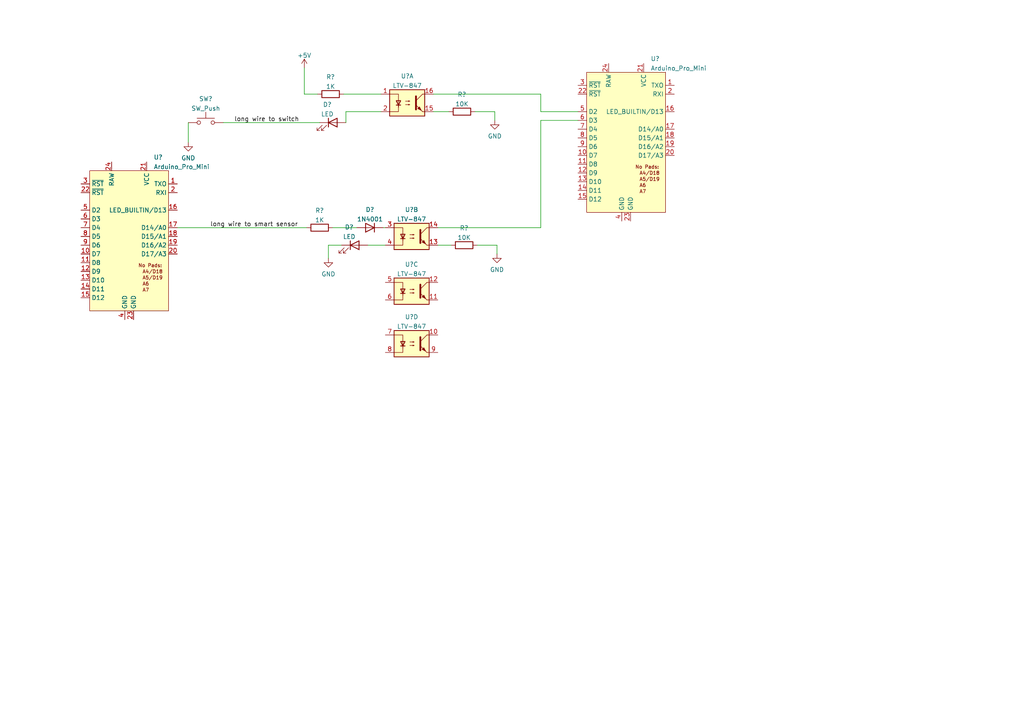
<source format=kicad_sch>
(kicad_sch (version 20211123) (generator eeschema)
  (paper "A4")
  (lib_symbols
    (symbol "Device:LED" (pin_numbers hide) (pin_names (offset 1.016) hide)
      (property "Reference" "D" (at 0 2.54 0))
      (property "Value" "LED" (at 0 -2.54 0))
      (symbol "LED_0_1"
        (polyline (pts (xy -1.27 -1.27) (xy -1.27 1.27)) (stroke (width 0.254)))
        (polyline (pts (xy -1.27 0) (xy 1.27 0)))
        (polyline (pts (xy 1.27 -1.27) (xy 1.27 1.27) (xy -1.27 0) (xy 1.27 -1.27)) (stroke (width 0.254)))
        (polyline (pts (xy -3.048 -0.762) (xy -4.572 -2.286) (xy -3.81 -2.286) (xy -4.572 -2.286) (xy -4.572 -1.524)))
        (polyline (pts (xy -1.778 -0.762) (xy -3.302 -2.286) (xy -2.54 -2.286) (xy -3.302 -2.286) (xy -3.302 -1.524)))
      )
      (symbol "LED_1_1"
        (pin passive line (at -3.81 0 0) (length 2.54) (name "K") (number "1"))
        (pin passive line (at 3.81 0 180) (length 2.54) (name "A") (number "2"))
      )
    )
    (symbol "Device:R" (pin_numbers hide) (pin_names (offset 0))
      (property "Reference" "R" (at 2.032 0 90))
      (property "Value" "R" (at 0 0 90))
      (symbol "R_0_1"
        (rectangle (start -1.016 -2.54) (end 1.016 2.54) (stroke (width 0.254)))
      )
      (symbol "R_1_1"
        (pin passive line (at 0 3.81 270) (length 1.27) (name "~") (number "1"))
        (pin passive line (at 0 -3.81 90) (length 1.27) (name "~") (number "2"))
      )
    )
    (symbol "Diode:1N4001" (pin_numbers hide) (pin_names (offset 1.016) hide)
      (property "Reference" "D" (at 0 2.54 0))
      (property "Value" "1N4001" (at 0 -2.54 0))
      (symbol "1N4001_0_1"
        (polyline (pts (xy -1.27 1.27) (xy -1.27 -1.27)) (stroke (width 0.254)))
        (polyline (pts (xy 1.27 0) (xy -1.27 0)))
        (polyline (pts (xy 1.27 1.27) (xy 1.27 -1.27) (xy -1.27 0) (xy 1.27 1.27)) (stroke (width 0.254)))
      )
      (symbol "1N4001_1_1"
        (pin passive line (at -3.81 0 0) (length 2.54) (name "K") (number "1"))
        (pin passive line (at 3.81 0 180) (length 2.54) (name "A") (number "2"))
      )
    )
    (symbol "Isolator:LTV-847" (pin_names (offset 1.016))
      (property "Reference" "U" (at -5.08 5.08 0))
      (property "Value" "LTV-847" (at 0 5.08 0))
      (symbol "LTV-847_0_1"
        (rectangle (start -5.08 3.81) (end 5.08 -3.81) (stroke (width 0.254)) (fill (type background)))
        (polyline (pts (xy -3.175 -0.635) (xy -1.905 -0.635)) (stroke (width 0.254)))
        (polyline (pts (xy 2.54 0.635) (xy 4.445 2.54)))
        (polyline (pts (xy 4.445 -2.54) (xy 2.54 -0.635)) (fill (type outline)))
        (polyline (pts (xy 4.445 -2.54) (xy 5.08 -2.54)))
        (polyline (pts (xy 4.445 2.54) (xy 5.08 2.54)))
        (polyline (pts (xy -2.54 -0.635) (xy -2.54 -2.54) (xy -5.08 -2.54)))
        (polyline (pts (xy 2.54 1.905) (xy 2.54 -1.905) (xy 2.54 -1.905)) (stroke (width 0.508)))
        (polyline (pts (xy -5.08 2.54) (xy -2.54 2.54) (xy -2.54 -1.27) (xy -2.54 0.635)))
        (polyline (pts (xy -2.54 -0.635) (xy -3.175 0.635) (xy -1.905 0.635) (xy -2.54 -0.635)) (stroke (width 0.254)))
        (polyline (pts (xy -0.508 -0.508) (xy 0.762 -0.508) (xy 0.381 -0.635) (xy 0.381 -0.381) (xy 0.762 -0.508)))
        (polyline (pts (xy -0.508 0.508) (xy 0.762 0.508) (xy 0.381 0.381) (xy 0.381 0.635) (xy 0.762 0.508)))
        (polyline (pts (xy 3.048 -1.651) (xy 3.556 -1.143) (xy 4.064 -2.159) (xy 3.048 -1.651) (xy 3.048 -1.651)) (fill (type outline)))
      )
      (symbol "LTV-847_1_1"
        (pin passive line (at -7.62 2.54 0) (length 2.54) (name "~") (number "1"))
        (pin passive line (at 7.62 -2.54 180) (length 2.54) (name "~") (number "15"))
        (pin passive line (at 7.62 2.54 180) (length 2.54) (name "~") (number "16"))
        (pin passive line (at -7.62 -2.54 0) (length 2.54) (name "~") (number "2"))
      )
      (symbol "LTV-847_2_1"
        (pin passive line (at 7.62 -2.54 180) (length 2.54) (name "~") (number "13"))
        (pin passive line (at 7.62 2.54 180) (length 2.54) (name "~") (number "14"))
        (pin passive line (at -7.62 2.54 0) (length 2.54) (name "~") (number "3"))
        (pin passive line (at -7.62 -2.54 0) (length 2.54) (name "~") (number "4"))
      )
      (symbol "LTV-847_3_1"
        (pin passive line (at 7.62 -2.54 180) (length 2.54) (name "~") (number "11"))
        (pin passive line (at 7.62 2.54 180) (length 2.54) (name "~") (number "12"))
        (pin passive line (at -7.62 2.54 0) (length 2.54) (name "~") (number "5"))
        (pin passive line (at -7.62 -2.54 0) (length 2.54) (name "~") (number "6"))
      )
      (symbol "LTV-847_4_1"
        (pin passive line (at 7.62 2.54 180) (length 2.54) (name "~") (number "10"))
        (pin passive line (at -7.62 2.54 0) (length 2.54) (name "~") (number "7"))
        (pin passive line (at -7.62 -2.54 0) (length 2.54) (name "~") (number "8"))
        (pin passive line (at 7.62 -2.54 180) (length 2.54) (name "~") (number "9"))
      )
    )
    (symbol "Switch:SW_Push" (pin_numbers hide) (pin_names (offset 1.016) hide)
      (property "Reference" "SW" (at 1.27 2.54 0))
      (property "Value" "SW_Push" (at 0 -1.524 0))
      (symbol "SW_Push_0_1"
        (circle (center -2.032 0) (radius 0.508))
        (polyline (pts (xy 0 1.27) (xy 0 3.048)))
        (polyline (pts (xy 2.54 1.27) (xy -2.54 1.27)))
        (circle (center 2.032 0) (radius 0.508))
        (pin passive line (at -5.08 0 0) (length 2.54) (name "1") (number "1"))
        (pin passive line (at 5.08 0 180) (length 2.54) (name "2") (number "2"))
      )
    )
    (symbol "aid_Modules:Arduino_Pro_Mini"
      (property "Reference" "U?" (at 2.54 -21.59 0))
      (property "Value" "Arduino_Pro_Mini" (at 2.54 -24.13 0))
      (symbol "Arduino_Pro_Mini_0_0"
        (text "A4/D18" (at 3.81 -8.89 0) (effects (font (size 1 1)) (justify left)))
        (text "A5/D19" (at 3.81 -10.668 0) (effects (font (size 1 1)) (justify left)))
        (text "A6" (at 3.81 -12.446 0) (effects (font (size 1 1)) (justify left)))
        (text "A7" (at 3.81 -14.224 0) (effects (font (size 1 1)) (justify left)))
        (text "No Pads:" (at 6.096 -7.112 0) (effects (font (size 1 1))))
        (pin bidirectional line (at -13.97 -3.81 0) (length 2.54) (name "D7") (number "10"))
        (pin bidirectional line (at -13.97 -6.35 0) (length 2.54) (name "D8") (number "11"))
        (pin bidirectional line (at -13.97 -8.89 0) (length 2.54) (name "D9") (number "12"))
        (pin bidirectional line (at -13.97 -11.43 0) (length 2.54) (name "D10") (number "13"))
        (pin bidirectional line (at -13.97 -13.97 0) (length 2.54) (name "D11") (number "14"))
        (pin bidirectional line (at -13.97 -16.51 0) (length 2.54) (name "D12") (number "15"))
        (pin bidirectional line (at 13.97 8.89 180) (length 2.54) (name "LED_BUILTIN/D13") (number "16"))
        (pin bidirectional line (at 13.97 3.81 180) (length 2.54) (name "D14/A0") (number "17"))
        (pin bidirectional line (at 13.97 1.27 180) (length 2.54) (name "D15/A1") (number "18"))
        (pin bidirectional line (at 13.97 -1.27 180) (length 2.54) (name "D16/A2") (number "19"))
        (pin bidirectional line (at 13.97 -3.81 180) (length 2.54) (name "D17/A3") (number "20"))
        (pin power_out line (at 5.08 22.86 270) (length 2.54) (name "VCC") (number "21"))
        (pin unspecified line (at -13.97 13.97 0) (length 2.54) (name "~{RST}") (number "22"))
        (pin power_out line (at 1.27 -22.86 90) (length 2.54) (name "GND") (number "23"))
        (pin power_in line (at -5.08 22.86 270) (length 2.54) (name "RAW") (number "24"))
        (pin bidirectional line (at -13.97 6.35 0) (length 2.54) (name "D3") (number "6"))
        (pin bidirectional line (at -13.97 3.81 0) (length 2.54) (name "D4") (number "7"))
        (pin bidirectional line (at -13.97 1.27 0) (length 2.54) (name "D5") (number "8"))
        (pin bidirectional line (at -13.97 -1.27 0) (length 2.54) (name "D6") (number "9"))
      )
      (symbol "Arduino_Pro_Mini_0_1"
        (rectangle (start -11.43 20.32) (end 11.43 -20.32) (stroke (width 0.1524)) (fill (type background)))
      )
      (symbol "Arduino_Pro_Mini_1_1"
        (pin output line (at 13.97 16.51 180) (length 2.54) (name "TXO") (number "1"))
        (pin input line (at 13.97 13.97 180) (length 2.54) (name "RXI") (number "2"))
        (pin unspecified line (at -13.97 16.51 0) (length 2.54) (name "~{RST}") (number "3"))
        (pin power_in line (at -1.27 -22.86 90) (length 2.54) (name "GND") (number "4"))
        (pin bidirectional line (at -13.97 8.89 0) (length 2.54) (name "D2") (number "5"))
      )
    )
    (symbol "power:+5V" (power) (pin_names (offset 0))
      (property "Value" "+5V" (at 0 3.556 0))
      (symbol "+5V_0_1"
        (polyline (pts (xy -0.762 1.27) (xy 0 2.54)))
        (polyline (pts (xy 0 0) (xy 0 2.54)))
        (polyline (pts (xy 0 2.54) (xy 0.762 1.27)))
      )
      (symbol "+5V_1_1"
        (pin power_in line (at 0 0 90) (length 0) hide (name "+5V") (number "1"))
      )
    )
    (symbol "power:GND" (power) (pin_names (offset 0))
      (property "Value" "GND" (at 0 -3.81 0))
      (symbol "GND_0_1"
        (polyline (pts (xy 0 0) (xy 0 -1.27) (xy 1.27 -1.27) (xy 0 -2.54) (xy -1.27 -1.27) (xy 0 -1.27)))
      )
      (symbol "GND_1_1"
        (pin power_in line (at 0 0 270) (length 0) hide (name "GND") (number "1"))
      )
    )
  )
  (wire (pts (xy 100.33 32.385) (xy 100.33 35.56)))
  (wire (pts (xy 64.77 35.56) (xy 92.71 35.56)))
  (wire (pts (xy 127 71.12) (xy 130.81 71.12)))
  (wire (pts (xy 156.845 34.925) (xy 156.845 66.04)))
  (wire (pts (xy 144.145 71.12) (xy 144.145 73.66)))
  (wire (pts (xy 167.64 34.925) (xy 156.845 34.925)))
  (wire (pts (xy 54.61 35.56) (xy 54.61 41.275)))
  (wire (pts (xy 143.51 32.385) (xy 143.51 34.925)))
  (wire (pts (xy 110.49 32.385) (xy 100.33 32.385)))
  (wire (pts (xy 156.845 27.305) (xy 156.845 32.385)))
  (wire (pts (xy 125.73 27.305) (xy 156.845 27.305)))
  (wire (pts (xy 125.73 32.385) (xy 130.175 32.385)))
  (wire (pts (xy 156.845 66.04) (xy 127 66.04)))
  (wire (pts (xy 137.795 32.385) (xy 143.51 32.385)))
  (wire (pts (xy 156.845 32.385) (xy 167.64 32.385)))
  (wire (pts (xy 96.52 66.04) (xy 103.505 66.04)))
  (wire (pts (xy 106.68 71.12) (xy 111.76 71.12)))
  (wire (pts (xy 92.075 27.305) (xy 88.265 27.305)))
  (wire (pts (xy 95.25 71.12) (xy 95.25 74.93)))
  (wire (pts (xy 88.265 19.685) (xy 88.265 27.305)))
  (wire (pts (xy 51.435 66.04) (xy 88.9 66.04)))
  (wire (pts (xy 99.06 71.12) (xy 95.25 71.12)))
  (wire (pts (xy 99.695 27.305) (xy 110.49 27.305)))
  (wire (pts (xy 111.125 66.04) (xy 111.76 66.04)))
  (wire (pts (xy 138.43 71.12) (xy 144.145 71.12)))
  (label "long wire to smart sensor" (at 60.96 66.04 0))
  (label "long wire to switch" (at 67.945 35.56 0))
  (symbol (lib_id "power:GND") (at 144.145 73.66 0) (unit 1)
    (property "Reference" "#PWR?" (effects hide))
    (property "Value" "GND" (at 144.145 78.2225 0))
  )
  (symbol (lib_id "power:GND") (at 54.61 41.275 0) (unit 1)
    (property "Reference" "#PWR?" (effects hide))
    (property "Value" "GND" (at 54.61 45.8375 0))
  )
  (symbol (lib_id "Device:R") (at 92.71 66.04 90) (unit 1)
    (property "Reference" "R?" (at 92.71 61.0575 90))
    (property "Value" "1K" (at 92.71 63.8326 90))
  )
  (symbol (lib_id "Switch:SW_Push") (at 59.69 35.56 0) (unit 1)
    (property "Reference" "SW?" (at 59.69 28.6725 0))
    (property "Value" "SW_Push" (at 59.69 31.4476 0))
  )
  (symbol (lib_id "Isolator:LTV-847") (at 118.11 29.845 0) (unit 1)
    (property "Reference" "U?" (at 118.11 22.0685 0))
    (property "Value" "LTV-847" (at 118.11 24.8436 0))
    (property "Footprint" "Package_DIP:DIP-16_W7.62mm" (effects hide))
    (property "Datasheet" "http://optoelectronics.liteon.com/upload/download/DS-70-96-0016/LTV-8X7%20series.PDF" (effects hide))
  )
  (symbol (lib_id "power:GND") (at 95.25 74.93 0) (unit 1)
    (property "Reference" "#PWR?" (effects hide))
    (property "Value" "GND" (at 95.25 79.4925 0))
  )
  (symbol (lib_id "Isolator:LTV-847") (at 119.38 68.58 0) (unit 2)
    (property "Reference" "U?" (at 119.38 60.8035 0))
    (property "Value" "LTV-847" (at 119.38 63.5786 0))
    (property "Footprint" "Package_DIP:DIP-16_W7.62mm" (effects hide))
    (property "Datasheet" "http://optoelectronics.liteon.com/upload/download/DS-70-96-0016/LTV-8X7%20series.PDF" (effects hide))
  )
  (symbol (lib_id "power:+5V") (at 88.265 19.685 0) (unit 1)
    (property "Reference" "#PWR?" (effects hide))
    (property "Value" "+5V" (at 88.265 16.0805 0))
  )
  (symbol (lib_id "power:GND") (at 143.51 34.925 0) (unit 1)
    (property "Reference" "#PWR?" (effects hide))
    (property "Value" "GND" (at 143.51 39.4875 0))
  )
  (symbol (lib_id "Device:LED") (at 96.52 35.56 0) (unit 1)
    (property "Reference" "D?" (at 94.9325 30.3235 0))
    (property "Value" "LED" (at 94.9325 33.0986 0))
  )
  (symbol (lib_id "aid_Modules:Arduino_Pro_Mini") (at 181.61 41.275 0) (unit 1)
    (property "Reference" "U?" (at 188.7094 17.0393 0) (effects (justify left)))
    (property "Value" "Arduino_Pro_Mini" (at 188.7094 19.8144 0) (effects (justify left)))
    (property "Footprint" "aid_Modules:Arduino_Pro_Mini" (effects hide))
  )
  (symbol (lib_id "Isolator:LTV-847") (at 119.38 99.695 0) (unit 4)
    (property "Reference" "U?" (at 119.38 91.9185 0))
    (property "Value" "LTV-847" (at 119.38 94.6936 0))
    (property "Footprint" "Package_DIP:DIP-16_W7.62mm" (effects hide))
    (property "Datasheet" "http://optoelectronics.liteon.com/upload/download/DS-70-96-0016/LTV-8X7%20series.PDF" (effects hide))
  )
  (symbol (lib_id "Device:R") (at 134.62 71.12 90) (unit 1)
    (property "Reference" "R?" (at 134.62 66.1375 90))
    (property "Value" "10K" (at 134.62 68.9126 90))
  )
  (symbol (lib_id "Device:LED") (at 102.87 71.12 0) (unit 1)
    (property "Reference" "D?" (at 101.2825 65.8835 0))
    (property "Value" "LED" (at 101.2825 68.6586 0))
  )
  (symbol (lib_id "aid_Modules:Arduino_Pro_Mini") (at 37.465 69.85 0) (unit 1)
    (property "Reference" "U?" (at 44.5644 45.6143 0) (effects (justify left)))
    (property "Value" "Arduino_Pro_Mini" (at 44.5644 48.3894 0) (effects (justify left)))
    (property "Footprint" "aid_Modules:Arduino_Pro_Mini" (effects hide))
  )
  (symbol (lib_id "Isolator:LTV-847") (at 119.38 84.455 0) (unit 3)
    (property "Reference" "U?" (at 119.38 76.6785 0))
    (property "Value" "LTV-847" (at 119.38 79.4536 0))
    (property "Footprint" "Package_DIP:DIP-16_W7.62mm" (effects hide))
    (property "Datasheet" "http://optoelectronics.liteon.com/upload/download/DS-70-96-0016/LTV-8X7%20series.PDF" (effects hide))
  )
  (symbol (lib_id "Diode:1N4001") (at 107.315 66.04 180) (unit 1)
    (property "Reference" "D?" (at 107.315 60.8035 0))
    (property "Value" "1N4001" (at 107.315 63.5786 0))
    (property "Footprint" "Diode_THT:D_DO-41_SOD81_P10.16mm_Horizontal" (effects hide))
    (property "Datasheet" "http://www.vishay.com/docs/88503/1n4001.pdf" (effects hide))
  )
  (symbol (lib_id "Device:R") (at 95.885 27.305 90) (unit 1)
    (property "Reference" "R?" (at 95.885 22.3225 90))
    (property "Value" "1K" (at 95.885 25.0976 90))
  )
  (symbol (lib_id "Device:R") (at 133.985 32.385 90) (unit 1)
    (property "Reference" "R?" (at 133.985 27.4025 90))
    (property "Value" "10K" (at 133.985 30.1776 90))
  )
)
</source>
